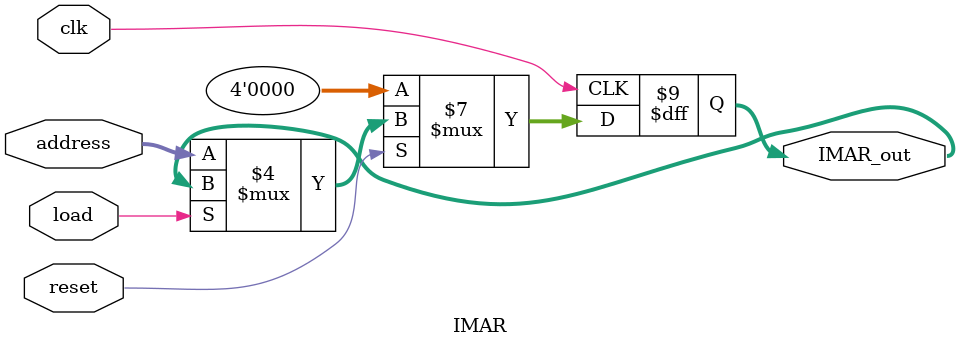
<source format=v>

module IMAR( input clk,
				 input load,
				 input [3:0] address,
				 input reset,
				 output reg [3:0] IMAR_out);
				 
	always @(posedge clk) begin
	
		if (!reset) begin //Active low reset
			IMAR_out <= 4'b0000;
		end
		
		else if (!load) begin // Active low load
			IMAR_out <= address;
		end
		
		
	end 
				 
endmodule
				 
</source>
